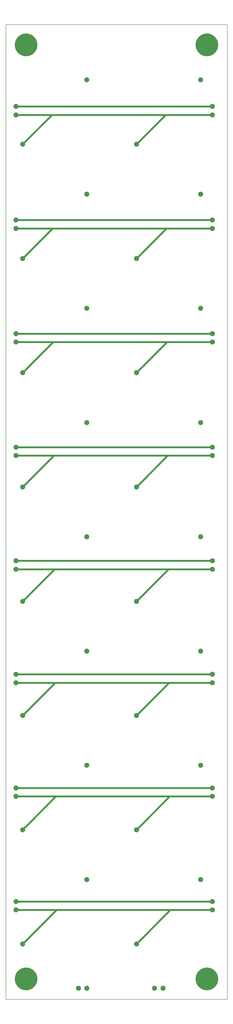
<source format=gbr>
%TF.GenerationSoftware,KiCad,Pcbnew,(6.0.9)*%
%TF.CreationDate,2022-11-21T23:05:52-05:00*%
%TF.ProjectId,Sensor_Board_2x8,53656e73-6f72-45f4-926f-6172645f3278,rev?*%
%TF.SameCoordinates,PX1728520PY19b87b58*%
%TF.FileFunction,Copper,L2,Bot*%
%TF.FilePolarity,Positive*%
%FSLAX46Y46*%
G04 Gerber Fmt 4.6, Leading zero omitted, Abs format (unit mm)*
G04 Created by KiCad (PCBNEW (6.0.9)) date 2022-11-21 23:05:52*
%MOMM*%
%LPD*%
G01*
G04 APERTURE LIST*
%TA.AperFunction,Profile*%
%ADD10C,0.200000*%
%TD*%
%TA.AperFunction,ComponentPad*%
%ADD11C,2.100000*%
%TD*%
%TA.AperFunction,ComponentPad*%
%ADD12C,9.500000*%
%TD*%
%TA.AperFunction,Conductor*%
%ADD13C,0.762000*%
%TD*%
G04 APERTURE END LIST*
D10*
X0Y0D02*
X92720000Y0D01*
X92720000Y0D02*
X92720000Y406400000D01*
X92720000Y406400000D02*
X0Y406400000D01*
X0Y406400000D02*
X0Y0D01*
D11*
%TO.P,J15,2,2*%
%TO.N,Net-(J15-Pad2)*%
X86502000Y179340088D03*
%TO.P,J15,1,1*%
%TO.N,Net-(J15-Pad1)*%
X86502000Y182840088D03*
%TD*%
%TO.P,J1,1,1*%
%TO.N,Net-(J1-Pad1)*%
X4241800Y372237000D03*
%TO.P,J1,2,2*%
%TO.N,Net-(J1-Pad2)*%
X4241800Y368737000D03*
%TD*%
%TO.P,S3,1*%
%TO.N,Net-(J9-Pad1)*%
X33927600Y288092000D03*
%TO.P,S3,2*%
%TO.N,Net-(J13-Pad2)*%
X7057600Y261222000D03*
%TD*%
%TO.P,S15,1*%
%TO.N,Net-(J10-Pad1)*%
X81557600Y97572000D03*
%TO.P,S15,2*%
%TO.N,Net-(J17-Pad2)*%
X54687600Y70702000D03*
%TD*%
%TO.P,S10,1*%
%TO.N,Net-(J10-Pad1)*%
X81557600Y335722000D03*
%TO.P,S10,2*%
%TO.N,Net-(J12-Pad2)*%
X54687600Y308852000D03*
%TD*%
D12*
%TO.P,REF\u002A\u002A,1*%
%TO.N,N/C*%
X84220000Y397900000D03*
%TD*%
D11*
%TO.P,S8,1*%
%TO.N,Net-(J9-Pad1)*%
X33927600Y49942000D03*
%TO.P,S8,2*%
%TO.N,Net-(J18-Pad2)*%
X7057600Y23072000D03*
%TD*%
%TO.P,J13,2,2*%
%TO.N,Net-(J13-Pad2)*%
X86502000Y274038544D03*
%TO.P,J13,1,1*%
%TO.N,Net-(J13-Pad1)*%
X86502000Y277538544D03*
%TD*%
D12*
%TO.P,,1*%
%TO.N,N/C*%
X84220000Y8500000D03*
%TD*%
D11*
%TO.P,J18,2,2*%
%TO.N,Net-(J18-Pad2)*%
X86502000Y37292400D03*
%TO.P,J18,1,1*%
%TO.N,Net-(J18-Pad1)*%
X86502000Y40792400D03*
%TD*%
D12*
%TO.P,REF\u002A\u002A,1*%
%TO.N,N/C*%
X8500000Y397900000D03*
%TD*%
D11*
%TO.P,J11,2,2*%
%TO.N,Net-(J1-Pad2)*%
X86502000Y368737000D03*
%TO.P,J11,1,1*%
%TO.N,Net-(J1-Pad1)*%
X86502000Y372237000D03*
%TD*%
%TO.P,S14,1*%
%TO.N,Net-(J10-Pad1)*%
X81557600Y145202000D03*
%TO.P,S14,2*%
%TO.N,Net-(J16-Pad2)*%
X54687600Y118332000D03*
%TD*%
%TO.P,S2,1*%
%TO.N,Net-(J9-Pad1)*%
X33927600Y335722000D03*
%TO.P,S2,2*%
%TO.N,Net-(J12-Pad2)*%
X7057600Y308852000D03*
%TD*%
%TO.P,J5,1,1*%
%TO.N,Net-(J15-Pad1)*%
X4241800Y182840088D03*
%TO.P,J5,2,2*%
%TO.N,Net-(J15-Pad2)*%
X4241800Y179340088D03*
%TD*%
%TO.P,J17,2,2*%
%TO.N,Net-(J17-Pad2)*%
X86502000Y84641632D03*
%TO.P,J17,1,1*%
%TO.N,Net-(J17-Pad1)*%
X86502000Y88141632D03*
%TD*%
%TO.P,S5,1*%
%TO.N,Net-(J9-Pad1)*%
X33927600Y192832000D03*
%TO.P,S5,2*%
%TO.N,Net-(J15-Pad2)*%
X7057600Y165962000D03*
%TD*%
D12*
%TO.P,REF\u002A\u002A,1*%
%TO.N,N/C*%
X8500000Y8500000D03*
%TD*%
D11*
%TO.P,J8,1,1*%
%TO.N,Net-(J18-Pad1)*%
X4241800Y40792400D03*
%TO.P,J8,2,2*%
%TO.N,Net-(J18-Pad2)*%
X4241800Y37292400D03*
%TD*%
%TO.P,S11,1*%
%TO.N,Net-(J10-Pad1)*%
X81557600Y288092000D03*
%TO.P,S11,2*%
%TO.N,Net-(J13-Pad2)*%
X54687600Y261222000D03*
%TD*%
%TO.P,S4,1*%
%TO.N,Net-(J9-Pad1)*%
X33927600Y240462000D03*
%TO.P,S4,2*%
%TO.N,Net-(J14-Pad2)*%
X7057600Y213592000D03*
%TD*%
%TO.P,J10,1,1*%
%TO.N,Net-(J10-Pad1)*%
X62283200Y4661000D03*
%TO.P,J10,2,2*%
X65783200Y4661000D03*
%TD*%
%TO.P,J3,1,1*%
%TO.N,Net-(J13-Pad1)*%
X4241800Y277538544D03*
%TO.P,J3,2,2*%
%TO.N,Net-(J13-Pad2)*%
X4241800Y274038544D03*
%TD*%
%TO.P,J7,1,1*%
%TO.N,Net-(J17-Pad1)*%
X4241800Y88141632D03*
%TO.P,J7,2,2*%
%TO.N,Net-(J17-Pad2)*%
X4241800Y84641632D03*
%TD*%
%TO.P,J16,2,2*%
%TO.N,Net-(J16-Pad2)*%
X86502000Y131990860D03*
%TO.P,J16,1,1*%
%TO.N,Net-(J16-Pad1)*%
X86502000Y135490860D03*
%TD*%
%TO.P,J2,1,1*%
%TO.N,Net-(J12-Pad1)*%
X4241800Y324887772D03*
%TO.P,J2,2,2*%
%TO.N,Net-(J12-Pad2)*%
X4241800Y321387772D03*
%TD*%
%TO.P,S6,1*%
%TO.N,Net-(J9-Pad1)*%
X33927600Y145202000D03*
%TO.P,S6,2*%
%TO.N,Net-(J16-Pad2)*%
X7057600Y118332000D03*
%TD*%
%TO.P,S1,1*%
%TO.N,Net-(J9-Pad1)*%
X33927600Y383352000D03*
%TO.P,S1,2*%
%TO.N,Net-(J1-Pad2)*%
X7057600Y356482000D03*
%TD*%
%TO.P,S9,1*%
%TO.N,Net-(J10-Pad1)*%
X81557600Y383352000D03*
%TO.P,S9,2*%
%TO.N,Net-(J1-Pad2)*%
X54687600Y356482000D03*
%TD*%
%TO.P,J6,1,1*%
%TO.N,Net-(J16-Pad1)*%
X4241800Y135490860D03*
%TO.P,J6,2,2*%
%TO.N,Net-(J16-Pad2)*%
X4241800Y131990860D03*
%TD*%
%TO.P,S7,1*%
%TO.N,Net-(J9-Pad1)*%
X33927600Y97572000D03*
%TO.P,S7,2*%
%TO.N,Net-(J17-Pad2)*%
X7057600Y70702000D03*
%TD*%
%TO.P,J9,1,1*%
%TO.N,Net-(J9-Pad1)*%
X30436800Y4661000D03*
%TO.P,J9,2,2*%
X33936800Y4661000D03*
%TD*%
%TO.P,J12,2,2*%
%TO.N,Net-(J12-Pad2)*%
X86502000Y321387772D03*
%TO.P,J12,1,1*%
%TO.N,Net-(J12-Pad1)*%
X86502000Y324887772D03*
%TD*%
%TO.P,J14,2,2*%
%TO.N,Net-(J14-Pad2)*%
X86502000Y226689316D03*
%TO.P,J14,1,1*%
%TO.N,Net-(J14-Pad1)*%
X86502000Y230189316D03*
%TD*%
%TO.P,S13,1*%
%TO.N,Net-(J10-Pad1)*%
X81557600Y192832000D03*
%TO.P,S13,2*%
%TO.N,Net-(J15-Pad2)*%
X54687600Y165962000D03*
%TD*%
%TO.P,S16,1*%
%TO.N,Net-(J10-Pad1)*%
X81557600Y49942000D03*
%TO.P,S16,2*%
%TO.N,Net-(J18-Pad2)*%
X54687600Y23072000D03*
%TD*%
%TO.P,J4,1,1*%
%TO.N,Net-(J14-Pad1)*%
X4241800Y230189316D03*
%TO.P,J4,2,2*%
%TO.N,Net-(J14-Pad2)*%
X4241800Y226689316D03*
%TD*%
%TO.P,S12,1*%
%TO.N,Net-(J10-Pad1)*%
X81557600Y240462000D03*
%TO.P,S12,2*%
%TO.N,Net-(J14-Pad2)*%
X54687600Y213592000D03*
%TD*%
D13*
%TO.N,Net-(J18-Pad2)*%
X21178400Y37292400D02*
X4241800Y37292400D01*
%TO.N,Net-(J18-Pad1)*%
X4241800Y40792400D02*
X86502000Y40792400D01*
%TO.N,Net-(J17-Pad2)*%
X20963832Y84641632D02*
X4241800Y84641632D01*
%TO.N,Net-(J17-Pad1)*%
X4241800Y88141632D02*
X86502000Y88141632D01*
%TO.N,Net-(J16-Pad2)*%
X20866340Y131990860D02*
X4241800Y131990860D01*
%TO.N,Net-(J16-Pad1)*%
X4241800Y135490860D02*
X86502000Y135490860D01*
%TO.N,Net-(J15-Pad2)*%
X20437688Y179340088D02*
X4241800Y179340088D01*
%TO.N,Net-(J15-Pad1)*%
X4241800Y182840088D02*
X86502000Y182840088D01*
%TO.N,Net-(J14-Pad2)*%
X20071684Y226689316D02*
X4241800Y226689316D01*
%TO.N,Net-(J14-Pad1)*%
X4241800Y230189316D02*
X86502000Y230189316D01*
%TO.N,Net-(J13-Pad2)*%
X19936944Y274038544D02*
X4241800Y274038544D01*
%TO.N,Net-(J13-Pad1)*%
X4241800Y277538544D02*
X86502000Y277538544D01*
%TO.N,Net-(J12-Pad2)*%
X19661172Y321387772D02*
X4241800Y321387772D01*
%TO.N,Net-(J12-Pad1)*%
X4241800Y324887772D02*
X86502000Y324887772D01*
%TO.N,Net-(J1-Pad2)*%
X4241800Y368737000D02*
X19385400Y368737000D01*
%TO.N,Net-(J1-Pad1)*%
X86502000Y372237000D02*
X4241800Y372237000D01*
%TO.N,Net-(J1-Pad2)*%
X67015400Y368737000D02*
X86502000Y368737000D01*
%TO.N,Net-(J12-Pad2)*%
X86502000Y321387772D02*
X67291172Y321387772D01*
%TO.N,Net-(J13-Pad2)*%
X86502000Y274038544D02*
X67566944Y274038544D01*
%TO.N,Net-(J14-Pad2)*%
X86502000Y226689316D02*
X67701684Y226689316D01*
%TO.N,Net-(J15-Pad2)*%
X86502000Y179340088D02*
X68067688Y179340088D01*
%TO.N,Net-(J16-Pad2)*%
X86502000Y131990860D02*
X68496340Y131990860D01*
%TO.N,Net-(J17-Pad2)*%
X86502000Y84641632D02*
X68593832Y84641632D01*
%TO.N,Net-(J18-Pad2)*%
X86502000Y37292400D02*
X68808400Y37292400D01*
%TO.N,Net-(J1-Pad2)*%
X19312600Y368737000D02*
X19385400Y368737000D01*
X54687600Y356482000D02*
X66942600Y368737000D01*
X19385400Y368737000D02*
X40142000Y368737000D01*
X7057600Y356482000D02*
X19312600Y368737000D01*
X50601800Y368737000D02*
X40142000Y368737000D01*
X50601800Y368737000D02*
X67015400Y368737000D01*
X66942600Y368737000D02*
X67015400Y368737000D01*
%TO.N,Net-(J12-Pad2)*%
X67223372Y321387772D02*
X67291172Y321387772D01*
X40142000Y321387772D02*
X19661172Y321387772D01*
X50601800Y321387772D02*
X40142000Y321387772D01*
X7057600Y308852000D02*
X19593372Y321387772D01*
X19593372Y321387772D02*
X19661172Y321387772D01*
X54687600Y308852000D02*
X67223372Y321387772D01*
X67291172Y321387772D02*
X50601800Y321387772D01*
%TO.N,Net-(J13-Pad2)*%
X40142000Y274038544D02*
X19936944Y274038544D01*
X67504144Y274038544D02*
X67566944Y274038544D01*
X54687600Y261222000D02*
X67504144Y274038544D01*
X67566944Y274038544D02*
X50601800Y274038544D01*
X7057600Y261222000D02*
X19874144Y274038544D01*
X40142000Y274038544D02*
X50601800Y274038544D01*
X19874144Y274038544D02*
X19936944Y274038544D01*
%TO.N,Net-(J14-Pad2)*%
X7057600Y213592000D02*
X20071684Y226606084D01*
X54687600Y213592000D02*
X67701684Y226606084D01*
X40142000Y226689316D02*
X20071684Y226689316D01*
X20071684Y226606084D02*
X20071684Y226689316D01*
X67701684Y226606084D02*
X67701684Y226689316D01*
X67701684Y226689316D02*
X50601800Y226689316D01*
X50601800Y226689316D02*
X40142000Y226689316D01*
%TO.N,Net-(J15-Pad2)*%
X68067688Y179340088D02*
X50601800Y179340088D01*
X20435688Y179340088D02*
X20437688Y179340088D01*
X54687600Y165962000D02*
X68065688Y179340088D01*
X40142000Y179340088D02*
X20437688Y179340088D01*
X50601800Y179340088D02*
X40142000Y179340088D01*
X68065688Y179340088D02*
X68067688Y179340088D01*
X7057600Y165962000D02*
X20435688Y179340088D01*
%TO.N,Net-(J16-Pad2)*%
X68346460Y131990860D02*
X68496340Y131990860D01*
X20716460Y131990860D02*
X20866340Y131990860D01*
X7057600Y118332000D02*
X20716460Y131990860D01*
X40142000Y131990860D02*
X20866340Y131990860D01*
X50601800Y131990860D02*
X40142000Y131990860D01*
X68496340Y131990860D02*
X50601800Y131990860D01*
X54687600Y118332000D02*
X68346460Y131990860D01*
%TO.N,Net-(J17-Pad2)*%
X7057600Y70702000D02*
X20963832Y84608232D01*
X68593832Y84641632D02*
X50601800Y84641632D01*
X68593832Y84608232D02*
X68593832Y84641632D01*
X54687600Y70702000D02*
X68593832Y84608232D01*
X50601800Y84641632D02*
X40142000Y84641632D01*
X40142000Y84641632D02*
X20963832Y84641632D01*
X20963832Y84608232D02*
X20963832Y84641632D01*
%TO.N,Net-(J18-Pad2)*%
X50601800Y37292400D02*
X40142000Y37292400D01*
X7057600Y23072000D02*
X21178400Y37192800D01*
X21178400Y37192800D02*
X21178400Y37292400D01*
X68808400Y37292400D02*
X50601800Y37292400D01*
X40142000Y37292400D02*
X21178400Y37292400D01*
X54687600Y23072000D02*
X68808400Y37192800D01*
X68808400Y37192800D02*
X68808400Y37292400D01*
%TD*%
M02*

</source>
